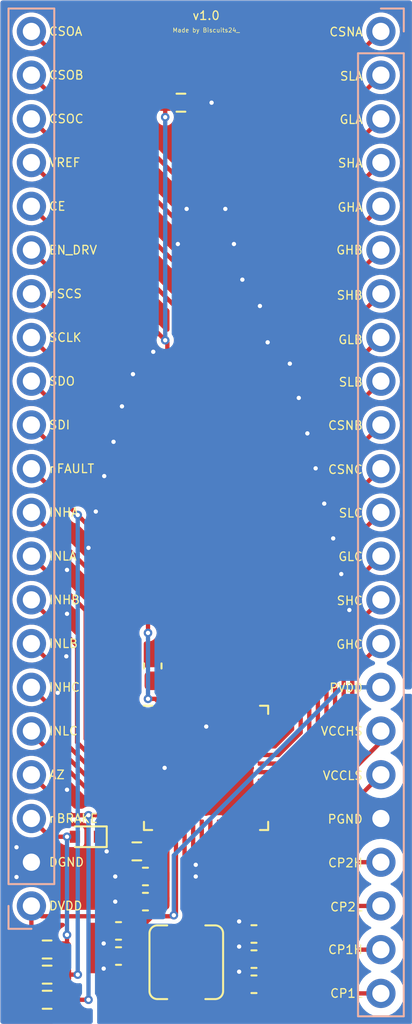
<source format=kicad_pcb>
(kicad_pcb (version 20211014) (generator pcbnew)
  (layers (0 "F.Cu" signal) (31 "B.Cu" signal) (34 "B.Paste" user) (35 "F.Paste" user) (36 "B.SilkS" user "B.Silkscreen") (37 "F.SilkS" user "F.Silkscreen") (38 "B.Mask" user) (39 "F.Mask" user) (44 "Edge.Cuts" user))
  (net 0 "")
  (net 1 "DGND")
  (net 2 "nSCS")
  (net 3 "SCLK")
  (net 4 "SDO")
  (net 5 "SDI")
  (net 6 "nFAULT")
  (net 7 "INHA")
  (net 8 "INLA")
  (net 9 "INHB")
  (net 10 "INLB")
  (net 11 "INHC")
  (net 12 "INLC")
  (net 13 "VSENSE/nBRAKE")
  (net 14 "DVDD")
  (net 15 "PVDD")
  (net 16 "PH")
  (net 17 "PGND")
  (net 18 "VDDB")
  (net 19 "CP1L")
  (net 20 "CP1H")
  (net 21 "CP2L")
  (net 22 "CP2H")
  (net 23 "VCCLS")
  (net 24 "VCCHS")
  (net 25 "GHC")
  (net 26 "SHC")
  (net 27 "GLC")
  (net 28 "SLC")
  (net 29 "CSNC")
  (net 30 "CSNB")
  (net 31 "SLB")
  (net 32 "GLB")
  (net 33 "SHB")
  (net 34 "GHB")
  (net 35 "GHA")
  (net 36 "SHA")
  (net 37 "GLA")
  (net 38 "SLA")
  (net 39 "CSNA")
  (net 40 "CSOA")
  (net 41 "CSOB")
  (net 42 "CSOC")
  (net 43 "VREF")
  (net 44 "CE")
  (net 45 "EN_DRV")
  (net 46 "nBRAKE")
  (net 47 "AZ")
  (footprint "Resistor_SMD:R_0603_1608Metric_Pad0.98x0.95mm_HandSolder" (layer "F.Cu") (at 135.7525 113.05 180)
    (fp_text reference "R3" hide)
    (fp_text value "10kΩ" hide)
    (fp_line (start -0.254724 0.5225) (end 0.254724 0.5225) (layer "F.SilkS") (width 0.12))
    (fp_line (start -0.254724 -0.5225) (end 0.254724 -0.5225) (layer "F.SilkS") (width 0.12))
    (pad "1" smd roundrect (at -0.9125 0 180) (size 0.975 0.95) (layers "F.Cu" "F.Paste" "F.Mask") (net 46 "nBRAKE"))
    (pad "2" smd roundrect (at 0.9125 0 180) (size 0.975 0.95) (layers "F.Cu" "F.Paste" "F.Mask") (net 14 "DVDD"))
  )
  (footprint "Capacitor_SMD:C_0603_1608Metric_Pad1.08x0.95mm_HandSolder" (layer "F.Cu") (at 141.47 108.81 180)
    (fp_text reference "C2" hide)
    (fp_text value "0.1μF/10V" hide)
    (fp_line (start -0.146267 0.51) (end 0.146267 0.51) (layer "F.SilkS") (width 0.12))
    (fp_line (start -0.146267 -0.51) (end 0.146267 -0.51) (layer "F.SilkS") (width 0.12))
    (pad "1" smd roundrect (at -0.8625 0 180) (size 1.075 0.95) (layers "F.Cu" "F.Paste" "F.Mask") (net 14 "DVDD"))
    (pad "2" smd roundrect (at 0.8625 0 180) (size 1.075 0.95) (layers "F.Cu" "F.Paste" "F.Mask") (net 1 "DGND"))
  )
  (footprint "Capacitor_SMD:C_0603_1608Metric_Pad1.08x0.95mm_HandSolder" (layer "F.Cu") (at 147.78 112.15 180)
    (fp_text reference "C6" hide)
    (fp_text value "0.1μF/16V" hide)
    (fp_line (start -0.146267 -0.51) (end 0.146267 -0.51) (layer "F.SilkS") (width 0.12))
    (fp_line (start -0.146267 0.51) (end 0.146267 0.51) (layer "F.SilkS") (width 0.12))
    (pad "1" smd roundrect (at -0.8625 0 180) (size 1.075 0.95) (layers "F.Cu" "F.Paste" "F.Mask") (net 18 "VDDB"))
    (pad "2" smd roundrect (at 0.8625 0 180) (size 1.075 0.95) (layers "F.Cu" "F.Paste" "F.Mask") (net 17 "PGND"))
  )
  (footprint "Capacitor_SMD:C_0603_1608Metric_Pad1.08x0.95mm_HandSolder" (layer "F.Cu") (at 139.905 113.43 180)
    (fp_text reference "C5" hide)
    (fp_text value "4.7μF/25V" hide)
    (fp_line (start -0.146267 -0.51) (end 0.146267 -0.51) (layer "F.SilkS") (width 0.12))
    (fp_line (start -0.146267 0.51) (end 0.146267 0.51) (layer "F.SilkS") (width 0.12))
    (pad "1" smd roundrect (at -0.8625 0 180) (size 1.075 0.95) (layers "F.Cu" "F.Paste" "F.Mask") (net 15 "PVDD"))
    (pad "2" smd roundrect (at 0.8625 0 180) (size 1.075 0.95) (layers "F.Cu" "F.Paste" "F.Mask") (net 17 "PGND"))
  )
  (footprint "Capacitor_SMD:C_0603_1608Metric_Pad1.08x0.95mm_HandSolder" (layer "F.Cu") (at 147.78 115.07 180)
    (fp_text reference "C8" hide)
    (fp_text value "22μF/16V" hide)
    (fp_line (start -0.146267 -0.51) (end 0.146267 -0.51) (layer "F.SilkS") (width 0.12))
    (fp_line (start -0.146267 0.51) (end 0.146267 0.51) (layer "F.SilkS") (width 0.12))
    (pad "1" smd roundrect (at -0.8625 0 180) (size 1.075 0.95) (layers "F.Cu" "F.Paste" "F.Mask") (net 18 "VDDB"))
    (pad "2" smd roundrect (at 0.8625 0 180) (size 1.075 0.95) (layers "F.Cu" "F.Paste" "F.Mask") (net 17 "PGND"))
  )
  (footprint "Diode_SMD:D_SOD-523" (layer "F.Cu") (at 138.07 106.5 180)
    (fp_text reference "D1" hide)
    (fp_text value "30V/500mA" hide)
    (fp_line (start -1.15 -0.6) (end -1.15 0.6) (layer "F.SilkS") (width 0.12))
    (fp_line (start 0.7 -0.6) (end -1.15 -0.6) (layer "F.SilkS") (width 0.12))
    (fp_line (start 0.7 0.6) (end -1.15 0.6) (layer "F.SilkS") (width 0.12))
    (pad "1" smd rect (at -0.7 0) (size 0.6 0.7) (layers "F.Cu" "F.Paste" "F.Mask") (net 13 "VSENSE/nBRAKE"))
    (pad "2" smd rect (at 0.7 0) (size 0.6 0.7) (layers "F.Cu" "F.Paste" "F.Mask") (net 46 "nBRAKE"))
  )
  (footprint "Capacitor_SMD:C_0603_1608Metric_Pad1.08x0.95mm_HandSolder" (layer "F.Cu") (at 141.47 110.27 180)
    (fp_text reference "C3" hide)
    (fp_text value "10μF/10V" hide)
    (fp_line (start -0.146267 0.51) (end 0.146267 0.51) (layer "F.SilkS") (width 0.12))
    (fp_line (start -0.146267 -0.51) (end 0.146267 -0.51) (layer "F.SilkS") (width 0.12))
    (pad "1" smd roundrect (at -0.8625 0 180) (size 1.075 0.95) (layers "F.Cu" "F.Paste" "F.Mask") (net 14 "DVDD"))
    (pad "2" smd roundrect (at 0.8625 0 180) (size 1.075 0.95) (layers "F.Cu" "F.Paste" "F.Mask") (net 1 "DGND"))
  )
  (footprint "Resistor_SMD:R_0603_1608Metric_Pad0.98x0.95mm_HandSolder" (layer "F.Cu") (at 135.755 115.97 180)
    (fp_text reference "R5" hide)
    (fp_text value "10kΩ" hide)
    (fp_line (start -0.254724 -0.5225) (end 0.254724 -0.5225) (layer "F.SilkS") (width 0.12))
    (fp_line (start -0.254724 0.5225) (end 0.254724 0.5225) (layer "F.SilkS") (width 0.12))
    (pad "1" smd roundrect (at -0.9125 0 180) (size 0.975 0.95) (layers "F.Cu" "F.Paste" "F.Mask") (net 47 "AZ"))
    (pad "2" smd roundrect (at 0.9125 0 180) (size 0.975 0.95) (layers "F.Cu" "F.Paste" "F.Mask") (net 14 "DVDD"))
  )
  (footprint "Package_DFN_QFN:VQFN-48-1EP_7x7mm_P0.5mm_EP4.1x4.1mm" (layer "F.Cu") (at 144.995 102.5)
    (fp_text reference "U1" hide)
    (fp_text value "VQFN-48-1EP_7x7mm_P0.5mm_EP4.1x4.1mm" hide)
    (fp_line (start -3.61 3.61) (end -3.61 3.135) (layer "F.SilkS") (width 0.12))
    (fp_line (start 3.135 3.61) (end 3.61 3.61) (layer "F.SilkS") (width 0.12))
    (fp_line (start -3.135 3.61) (end -3.61 3.61) (layer "F.SilkS") (width 0.12))
    (fp_line (start 3.135 -3.61) (end 3.61 -3.61) (layer "F.SilkS") (width 0.12))
    (fp_line (start 3.61 3.61) (end 3.61 3.135) (layer "F.SilkS") (width 0.12))
    (fp_line (start 3.61 -3.61) (end 3.61 -3.135) (layer "F.SilkS") (width 0.12))
    (fp_line (start -3.135 -3.61) (end -3.61 -3.61) (layer "F.SilkS") (width 0.12))
    (pad "1" smd roundrect (at -3.4375 -2.75) (size 0.875 0.25) (layers "F.Cu" "F.Paste" "F.Mask") (net 2 "nSCS"))
    (pad "2" smd roundrect (at -3.4375 -2.25) (size 0.875 0.25) (layers "F.Cu" "F.Paste" "F.Mask") (net 3 "SCLK"))
    (pad "3" smd roundrect (at -3.4375 -1.75) (size 0.875 0.25) (layers "F.Cu" "F.Paste" "F.Mask") (net 4 "SDO"))
    (pad "4" smd roundrect (at -3.4375 -1.25) (size 0.875 0.25) (layers "F.Cu" "F.Paste" "F.Mask") (net 5 "SDI"))
    (pad "5" smd roundrect (at -3.4375 -0.75) (size 0.875 0.25) (layers "F.Cu" "F.Paste" "F.Mask") (net 6 "nFAULT"))
    (pad "6" smd roundrect (at -3.4375 -0.25) (size 0.875 0.25) (layers "F.Cu" "F.Paste" "F.Mask") (net 7 "INHA"))
    (pad "7" smd roundrect (at -3.4375 0.25) (size 0.875 0.25) (layers "F.Cu" "F.Paste" "F.Mask") (net 8 "INLA"))
    (pad "8" smd roundrect (at -3.4375 0.75) (size 0.875 0.25) (layers "F.Cu" "F.Paste" "F.Mask") (net 9 "INHB"))
    (pad "9" smd roundrect (at -3.4375 1.25) (size 0.875 0.25) (layers "F.Cu" "F.Paste" "F.Mask") (net 10 "INLB"))
    (pad "10" smd roundrect (at -3.4375 1.75) (size 0.875 0.25) (layers "F.Cu" "F.Paste" "F.Mask") (net 11 "INHC"))
    (pad "11" smd roundrect (at -3.4375 2.25) (size 0.875 0.25) (layers "F.Cu" "F.Paste" "F.Mask") (net 12 "INLC"))
    (pad "12" smd roundrect (at -3.4375 2.75) (size 0.875 0.25) (layers "F.Cu" "F.Paste" "F.Mask") (net 47 "AZ"))
    (pad "13" smd roundrect (at -2.75 3.4375) (size 0.25 0.875) (layers "F.Cu" "F.Paste" "F.Mask") (net 13 "VSENSE/nBRAKE"))
    (pad "14" smd roundrect (at -2.25 3.4375) (size 0.25 0.875) (layers "F.Cu" "F.Paste" "F.Mask") (net 14 "DVDD"))
    (pad "15" smd roundrect (at -1.75 3.4375) (size 0.25 0.875) (layers "F.Cu" "F.Paste" "F.Mask") (net 15 "PVDD"))
    (pad "16" smd roundrect (at -1.25 3.4375) (size 0.25 0.875) (layers "F.Cu" "F.Paste" "F.Mask") (net 16 "PH"))
    (pad "17" smd roundrect (at -0.75 3.4375) (size 0.25 0.875) (layers "F.Cu" "F.Paste" "F.Mask") (net 17 "PGND"))
    (pad "18" smd roundrect (at -0.25 3.4375) (size 0.25 0.875) (layers "F.Cu" "F.Paste" "F.Mask") (net 18 "VDDB"))
    (pad "19" smd roundrect (at 0.25 3.4375) (size 0.25 0.875) (layers "F.Cu" "F.Paste" "F.Mask") (net 19 "CP1L"))
    (pad "20" smd roundrect (at 0.75 3.4375) (size 0.25 0.875) (layers "F.Cu" "F.Paste" "F.Mask") (net 20 "CP1H"))
    (pad "21" smd roundrect (at 1.25 3.4375) (size 0.25 0.875) (layers "F.Cu" "F.Paste" "F.Mask") (net 21 "CP2L"))
    (pad "22" smd roundrect (at 1.75 3.4375) (size 0.25 0.875) (layers "F.Cu" "F.Paste" "F.Mask") (net 22 "CP2H"))
    (pad "23" smd roundrect (at 2.25 3.4375) (size 0.25 0.875) (layers "F.Cu" "F.Paste" "F.Mask") (net 23 "VCCLS"))
    (pad "24" smd roundrect (at 2.75 3.4375) (size 0.25 0.875) (layers "F.Cu" "F.Paste" "F.Mask") (net 24 "VCCHS"))
    (pad "25" smd roundrect (at 3.4375 2.75) (size 0.875 0.25) (layers "F.Cu" "F.Paste" "F.Mask") (net 25 "GHC"))
    (pad "26" smd roundrect (at 3.4375 2.25) (size 0.875 0.25) (layers "F.Cu" "F.Paste" "F.Mask") (net 26 "SHC"))
    (pad "27" smd roundrect (at 3.4375 1.75) (size 0.875 0.25) (layers "F.Cu" "F.Paste" "F.Mask"))
    (pad "28" smd roundrect (at 3.4375 1.25) (size 0.875 0.25) (layers "F.Cu" "F.Paste" "F.Mask") (net 27 "GLC"))
    (pad "29" smd roundrect (at 3.4375 0.75) (size 0.875 0.25) (layers "F.Cu" "F.Paste" "F.Mask") (net 28 "SLC"))
    (pad "30" smd roundrect (at 3.4375 0.25) (size 0.875 0.25) (layers "F.Cu" "F.Paste" "F.Mask") (net 29 "CSNC"))
    (pad "31" smd roundrect (at 3.4375 -0.25) (size 0.875 0.25) (layers "F.Cu" "F.Paste" "F.Mask") (net 30 "CSNB"))
    (pad "32" smd roundrect (at 3.4375 -0.75) (size 0.875 0.25) (layers "F.Cu" "F.Paste" "F.Mask") (net 31 "SLB"))
    (pad "33" smd roundrect (at 3.4375 -1.25) (size 0.875 0.25) (layers "F.Cu" "F.Paste" "F.Mask") (net 32 "GLB"))
    (pad "34" smd roundrect (at 3.4375 -1.75) (size 0.875 0.25) (layers "F.Cu" "F.Paste" "F.Mask"))
    (pad "35" smd roundrect (at 3.4375 -2.25) (size 0.875 0.25) (layers "F.Cu" "F.Paste" "F.Mask") (net 33 "SHB"))
    (pad "36" smd roundrect (at 3.4375 -2.75) (size 0.875 0.25) (layers "F.Cu" "F.Paste" "F.Mask") (net 34 "GHB"))
    (pad "37" smd roundrect (at 2.75 -3.4375) (size 0.25 0.875) (layers "F.Cu" "F.Paste" "F.Mask") (net 35 "GHA"))
    (pad "38" smd roundrect (at 2.25 -3.4375) (size 0.25 0.875) (layers "F.Cu" "F.Paste" "F.Mask") (net 36 "SHA"))
    (pad "39" smd roundrect (at 1.75 -3.4375) (size 0.25 0.875) (layers "F.Cu" "F.Paste" "F.Mask"))
    (pad "40" smd roundrect (at 1.25 -3.4375) (size 0.25 0.875) (layers "F.Cu" "F.Paste" "F.Mask") (net 37 "GLA"))
    (pad "41" smd roundrect (at 0.75 -3.4375) (size 0.25 0.875) (layers "F.Cu" "F.Paste" "F.Mask") (net 38 "SLA"))
    (pad "42" smd roundrect (at 0.25 -3.4375) (size 0.25 0.875) (layers "F.Cu" "F.Paste" "F.Mask") (net 39 "CSNA"))
    (pad "43" smd roundrect (at -0.25 -3.4375) (size 0.25 0.875) (layers "F.Cu" "F.Paste" "F.Mask") (net 40 "CSOA"))
    (pad "44" smd roundrect (at -0.75 -3.4375) (size 0.25 0.875) (layers "F.Cu" "F.Paste" "F.Mask") (net 41 "CSOB"))
    (pad "45" smd roundrect (at -1.25 -3.4375) (size 0.25 0.875) (layers "F.Cu" "F.Paste" "F.Mask") (net 42 "CSOC"))
    (pad "46" smd roundrect (at -1.75 -3.4375) (size 0.25 0.875) (layers "F.Cu" "F.Paste" "F.Mask") (net 43 "VREF"))
    (pad "47" smd roundrect (at -2.25 -3.4375) (size 0.25 0.875) (layers "F.Cu" "F.Paste" "F.Mask") (net 44 "CE"))
    (pad "48" smd roundrect (at -2.75 -3.4375) (size 0.25 0.875) (layers "F.Cu" "F.Paste" "F.Mask") (net 45 "EN_DRV"))
    (pad "49" smd rect (at 0 0) (size 4.1 4.1) (layers "F.Cu" "F.Mask") (net 1 "DGND"))
  )
  (footprint "Capacitor_SMD:C_0603_1608Metric_Pad1.08x0.95mm_HandSolder" (layer "F.Cu") (at 139.905 111.97 180)
    (fp_text reference "C4" hide)
    (fp_text value "0.1μF/25V" hide)
    (fp_line (start -0.146267 0.51) (end 0.146267 0.51) (layer "F.SilkS") (width 0.12))
    (fp_line (start -0.146267 -0.51) (end 0.146267 -0.51) (layer "F.SilkS") (width 0.12))
    (pad "1" smd roundrect (at -0.8625 0 180) (size 1.075 0.95) (layers "F.Cu" "F.Paste" "F.Mask") (net 15 "PVDD"))
    (pad "2" smd roundrect (at 0.8625 0 180) (size 1.075 0.95) (layers "F.Cu" "F.Paste" "F.Mask") (net 17 "PGND"))
  )
  (footprint "Quadcopter:L_Bourns_SRP4020TA" (layer "F.Cu") (at 143.845 113.79 -90)
    (fp_text reference "L1" hide)
    (fp_text value "L_Bourns_SRP4020TA" hide)
    (fp_line (start -1.68 2.14) (end 1.68 2.14) (layer "F.SilkS") (width 0.12))
    (fp_line (start -1.68 -2.14) (end 1.68 -2.14) (layer "F.SilkS") (width 0.12))
    (fp_line (start -2.14 1.11) (end -2.14 1.68) (layer "F.SilkS") (width 0.12))
    (fp_line (start -2.14 -1.68) (end -2.14 -1.11) (layer "F.SilkS") (width 0.12))
    (fp_line (start 2.14 -1.68) (end 2.14 -1.11) (layer "F.SilkS") (width 0.12))
    (fp_line (start 2.14 1.11) (end 2.14 1.68) (layer "F.SilkS") (width 0.12))
    (fp_arc (start 1.68 -2.14) (mid 2.005269 -2.005269) (end 2.14 -1.68) (layer "F.SilkS") (width 0.12))
    (fp_arc (start -2.14 -1.68) (mid -2.005269 -2.005269) (end -1.68 -2.14) (layer "F.SilkS") (width 0.12))
    (fp_arc (start 2.14 1.68) (mid 2.005269 2.005269) (end 1.68 2.14) (layer "F.SilkS") (width 0.12))
    (fp_arc (start -1.68 2.14) (mid -2.005269 2.005269) (end -2.14 1.68) (layer "F.SilkS") (width 0.12))
    (pad "1" smd rect (at -1.845 0 270) (size 0.76 2) (layers "F.Cu" "F.Paste" "F.Mask") (net 16 "PH"))
    (pad "2" smd rect (at 1.875 0 270) (size 0.76 2) (layers "F.Cu" "F.Paste" "F.Mask") (net 18 "VDDB"))
  )
  (footprint "Resistor_SMD:R_0603_1608Metric_Pad0.98x0.95mm_HandSolder" (layer "F.Cu") (at 143.535 63.86)
    (fp_text reference "R1" hide)
    (fp_text value "100kΩ" hide)
    (fp_line (start -0.254724 -0.5225) (end 0.254724 -0.5225) (layer "F.SilkS") (width 0.12))
    (fp_line (start -0.254724 0.5225) (end 0.254724 0.5225) (layer "F.SilkS") (width 0.12))
    (pad "1" smd roundrect (at -0.9125 0) (size 0.975 0.95) (layers "F.Cu" "F.Paste" "F.Mask") (net 44 "CE"))
    (pad "2" smd roundrect (at 0.9125 0) (size 0.975 0.95) (layers "F.Cu" "F.Paste" "F.Mask") (net 1 "DGND"))
  )
  (footprint "Resistor_SMD:R_0603_1608Metric_Pad0.98x0.95mm_HandSolder" (layer "F.Cu") (at 140.97 107.35 180)
    (fp_text reference "R2" hide)
    (fp_text value "3.3kΩ" hide)
    (fp_line (start -0.254724 -0.5225) (end 0.254724 -0.5225) (layer "F.SilkS") (width 0.12))
    (fp_line (start -0.254724 0.5225) (end 0.254724 0.5225) (layer "F.SilkS") (width 0.12))
    (pad "1" smd roundrect (at -0.9125 0 180) (size 0.975 0.95) (layers "F.Cu" "F.Paste" "F.Mask") (net 13 "VSENSE/nBRAKE"))
    (pad "2" smd roundrect (at 0.9125 0 180) (size 0.975 0.95) (layers "F.Cu" "F.Paste" "F.Mask") (net 1 "DGND"))
  )
  (footprint "Capacitor_SMD:C_0603_1608Metric_Pad1.08x0.95mm_HandSolder" (layer "F.Cu") (at 147.78 113.61 180)
    (fp_text reference "C7" hide)
    (fp_text value "22μF/16V" hide)
    (fp_line (start -0.146267 0.51) (end 0.146267 0.51) (layer "F.SilkS") (width 0.12))
    (fp_line (start -0.146267 -0.51) (end 0.146267 -0.51) (layer "F.SilkS") (width 0.12))
    (pad "1" smd roundrect (at -0.8625 0 180) (size 1.075 0.95) (layers "F.Cu" "F.Paste" "F.Mask") (net 18 "VDDB"))
    (pad "2" smd roundrect (at 0.8625 0 180) (size 1.075 0.95) (layers "F.Cu" "F.Paste" "F.Mask") (net 17 "PGND"))
  )
  (footprint "Resistor_SMD:R_0603_1608Metric_Pad0.98x0.95mm_HandSolder" (layer "F.Cu") (at 135.755 114.51 180)
    (fp_text reference "R4" hide)
    (fp_text value "10kΩ" hide)
    (fp_line (start -0.254724 0.5225) (end 0.254724 0.5225) (layer "F.SilkS") (width 0.12))
    (fp_line (start -0.254724 -0.5225) (end 0.254724 -0.5225) (layer "F.SilkS") (width 0.12))
    (pad "1" smd roundrect (at -0.9125 0 180) (size 0.975 0.95) (layers "F.Cu" "F.Paste" "F.Mask") (net 6 "nFAULT"))
    (pad "2" smd roundrect (at 0.9125 0 180) (size 0.975 0.95) (layers "F.Cu" "F.Paste" "F.Mask") (net 14 "DVDD"))
  )
  (footprint "Capacitor_SMD:C_0603_1608Metric_Pad1.08x0.95mm_HandSolder" (layer "F.Cu") (at 141.895 96.58 90)
    (fp_text reference "C1" hide)
    (fp_text value "0.1μF/25V" hide)
    (fp_line (start -0.146267 -0.51) (end 0.146267 -0.51) (layer "F.SilkS") (width 0.12))
    (fp_line (start -0.146267 0.51) (end 0.146267 0.51) (layer "F.SilkS") (width 0.12))
    (pad "1" smd roundrect (at -0.8625 0 90) (size 1.075 0.95) (layers "F.Cu" "F.Paste" "F.Mask") (net 44 "CE"))
    (pad "2" smd roundrect (at 0.8625 0 90) (size 1.075 0.95) (layers "F.Cu" "F.Paste" "F.Mask") (net 1 "DGND"))
  )
  (footprint "Connector_PinHeader_2.54mm:PinHeader_1x23_P2.54mm_Vertical" (layer "B.Cu") (at 155.16 59.72 180)
    (fp_text reference "REF**" hide)
    (fp_text value "PinHeader_1x23_P2.54mm_Vertical" hide)
    (fp_line (start 1.33 -1.27) (end 1.33 -57.21) (layer "B.SilkS") (width 0.12))
    (fp_line (start -1.33 -1.27) (end -1.33 -57.21) (layer "B.SilkS") (width 0.12))
    (fp_line (start -1.33 0) (end -1.33 1.33) (layer "B.SilkS") (width 0.12))
    (fp_line (start -1.33 -1.27) (end 1.33 -1.27) (layer "B.SilkS") (width 0.12))
    (fp_line (start -1.33 -57.21) (end 1.33 -57.21) (layer "B.SilkS") (width 0.12))
    (fp_line (start -1.33 1.33) (end 0 1.33) (layer "B.SilkS") (width 0.12))
    (pad "1" thru_hole oval (at 0 0 180) (size 1.7 1.7) (drill 1) (layers *.Cu *.Mask) (net 39 "CSNA"))
    (pad "2" thru_hole oval (at 0 -2.54 180) (size 1.7 1.7) (drill 1) (layers *.Cu *.Mask) (net 38 "SLA"))
    (pad "3" thru_hole oval (at 0 -5.08 180) (size 1.7 1.7) (drill 1) (layers *.Cu *.Mask) (net 37 "GLA"))
    (pad "4" thru_hole oval (at 0 -7.62 180) (size 1.7 1.7) (drill 1) (layers *.Cu *.Mask) (net 36 "SHA"))
    (pad "5" thru_hole oval (at 0 -10.16 180) (size 1.7 1.7) (drill 1) (layers *.Cu *.Mask) (net 35 "GHA"))
    (pad "6" thru_hole oval (at 0 -12.7 180) (size 1.7 1.7) (drill 1) (layers *.Cu *.Mask) (net 34 "GHB"))
    (pad "7" thru_hole oval (at 0 -15.24 180) (size 1.7 1.7) (drill 1) (layers *.Cu *.Mask) (net 33 "SHB"))
    (pad "8" thru_hole oval (at 0 -17.78 180) (size 1.7 1.7) (drill 1) (layers *.Cu *.Mask) (net 32 "GLB"))
    (pad "9" thru_hole oval (at 0 -20.32 180) (size 1.7 1.7) (drill 1) (layers *.Cu *.Mask) (net 31 "SLB"))
    (pad "10" thru_hole oval (at 0 -22.86 180) (size 1.7 1.7) (drill 1) (layers *.Cu *.Mask) (net 30 "CSNB"))
    (pad "11" thru_hole oval (at 0 -25.4 180) (size 1.7 1.7) (drill 1) (layers *.Cu *.Mask) (net 29 "CSNC"))
    (pad "12" thru_hole oval (at 0 -27.94 180) (size 1.7 1.7) (drill 1) (layers *.Cu *.Mask) (net 28 "SLC"))
    (pad "13" thru_hole oval (at 0 -30.48 180) (size 1.7 1.7) (drill 1) (layers *.Cu *.Mask) (net 27 "GLC"))
    (pad "14" thru_hole oval (at 0 -33.02 180) (size 1.7 1.7) (drill 1) (layers *.Cu *.Mask) (net 26 "SHC"))
    (pad "15" thru_hole oval (at 0 -35.56 180) (size 1.7 1.7) (drill 1) (layers *.Cu *.Mask) (net 25 "GHC"))
    (pad "16" thru_hole oval (at 0 -38.1 180) (size 1.7 1.7) (drill 1) (layers *.Cu *.Mask) (net 15 "PVDD") (clearance 0.5))
    (pad "17" thru_hole oval (at 0 -40.64 180) (size 1.7 1.7) (drill 1) (layers *.Cu *.Mask) (net 24 "VCCHS") (clearance 0.5))
    (pad "18" thru_hole oval (at 0 -43.18 180) (size 1.7 1.7) (drill 1) (layers *.Cu *.Mask) (net 23 "VCCLS") (clearance 0.5))
    (pad "19" thru_hole oval (at 0 -45.72 180) (size 1.7 1.7) (drill 1) (layers *.Cu *.Mask) (net 17 "PGND") (clearance 0.5))
    (pad "20" thru_hole oval (at 0 -48.26 180) (size 1.7 1.7) (drill 1) (layers *.Cu *.Mask) (net 22 "CP2H") (clearance 0.5))
    (pad "21" thru_hole oval (at 0 -50.8 180) (size 1.7 1.7) (drill 1) (layers *.Cu *.Mask) (net 21 "CP2L") (clearance 0.5))
    (pad "22" thru_hole oval (at 0 -53.34 180) (size 1.7 1.7) (drill 1) (layers *.Cu *.Mask) (net 20 "CP1H") (clearance 0.5))
    (pad "23" thru_hole oval (at 0 -55.88 180) (size 1.7 1.7) (drill 1) (layers *.Cu *.Mask) (net 19 "CP1L") (clearance 0.5))
  )
  (footprint "Connector_PinHeader_2.54mm:PinHeader_1x21_P2.54mm_Vertical" (layer "B.Cu") (at 134.84 110.52)
    (fp_text reference "REF**" hide)
    (fp_text value "PinHeader_1x21_P2.54mm_Vertical" hide)
    (fp_line (start -1.33 -1.27) (end -1.33 -52.13) (layer "B.SilkS") (width 0.12))
    (fp_line (start -1.33 0) (end -1.33 1.33) (layer "B.SilkS") (width 0.12))
    (fp_line (start 1.33 -1.27) (end 1.33 -52.13) (layer "B.SilkS") (width 0.12))
    (fp_line (start -1.33 -1.27) (end 1.33 -1.27) (layer "B.SilkS") (width 0.12))
    (fp_line (start -1.33 -52.13) (end 1.33 -52.13) (layer "B.SilkS") (width 0.12))
    (fp_line (start -1.33 1.33) (end 0 1.33) (layer "B.SilkS") (width 0.12))
    (pad "1" thru_hole oval (at 0 0) (size 1.7 1.7) (drill 1) (layers *.Cu *.Mask) (net 14 "DVDD"))
    (pad "2" thru_hole oval (at 0 -2.54) (size 1.7 1.7) (drill 1) (layers *.Cu *.Mask) (net 1 "DGND"))
    (pad "3" thru_hole oval (at 0 -5.08) (size 1.7 1.7) (drill 1) (layers *.Cu *.Mask) (net 46 "nBRAKE"))
    (pad "4" thru_hole oval (at 0 -7.62) (size 1.7 1.7) (drill 1) (layers *.Cu *.Mask) (net 47 "AZ"))
    (pad "5" thru_hole oval (at 0 -10.16) (size 1.7 1.7) (drill 1) (layers *.Cu *.Mask) (net 12 "INLC"))
    (pad "6" thru_hole oval (at 0 -12.7) (size 1.7 1.7) (drill 1) (layers *.Cu *.Mask) (net 11 "INHC"))
    (pad "7" thru_hole oval (at 0 -15.24) (size 1.7 1.7) (drill 1) (layers *.Cu *.Mask) (net 10 "INLB"))
    (pad "8" thru_hole oval (at 0 -17.78) (size 1.7 1.7) (drill 1) (layers *.Cu *.Mask) (net 9 "INHB"))
    (pad "9" thru_hole oval (at 0 -20.32) (size 1.7 1.7) (drill 1) (layers *.Cu *.Mask) (net 8 "INLA"))
    (pad "10" thru_hole oval (at 0 -22.86) (size 1.7 1.7) (drill 1) (layers *.Cu *.Mask) (net 7 "INHA"))
    (pad "11" thru_hole oval (at 0 -25.4) (size 1.7 1.7) (drill 1) (layers *.Cu *.Mask) (net 6 "nFAULT"))
    (pad "12" thru_hole oval (at 0 -27.94) (size 1.7 1.7) (drill 1) (layers *.Cu *.Mask) (net 5 "SDI"))
    (pad "13" thru_hole oval (at 0 -30.48) (size 1.7 1.7) (drill 1) (layers *.Cu *.Mask) (net 4 "SDO"))
    (pad "14" thru_hole oval (at 0 -33.02) (size 1.7 1.7) (drill 1) (layers *.Cu *.Mask) (net 3 "SCLK"))
    (pad "15" thru_hole oval (at 0 -35.56) (size 1.7 1.7) (drill 1) (layers *.Cu *.Mask) (net 2 "nSCS"))
    (pad "16" thru_hole oval (at 0 -38.1) (size 1.7 1.7) (drill 1) (layers *.Cu *.Mask) (net 45 "EN_DRV"))
    (pad "17" thru_hole oval (at 0 -40.64) (size 1.7 1.7) (drill 1) (layers *.Cu *.Mask) (net 44 "CE"))
    (pad "18" thru_hole oval (at 0 -43.18) (size 1.7 1.7) (drill 1) (layers *.Cu *.Mask) (net 43 "VREF"))
    (pad "19" thru_hole oval (at 0 -45.72) (size 1.7 1.7) (drill 1) (layers *.Cu *.Mask) (net 42 "CSOC"))
    (pad "20" thru_hole oval (at 0 -48.26) (size 1.7 1.7) (drill 1) (layers *.Cu *.Mask) (net 41 "CSOB"))
    (pad "21" thru_hole oval (at 0 -50.8) (size 1.7 1.7) (drill 1) (layers *.Cu *.Mask) (net 40 "CSOA"))
  )
  (footprint "NetTie:NetTie-2_SMD_Pad2.0mm" (layer "B.Cu") (at 140.535 111.44 90)
    (fp_text reference "REF**" hide)
    (fp_text value "NetTie-2_SMD_Pad2.0mm" hide)
    (fp_poly (pts (xy -2 1) (xy 2 1) (xy 2 -1) (xy -2 -1)) (layer "B.Cu") (width 0) (fill solid))
    (pad "1" smd circle (at -2 0 90) (size 2 2) (layers "B.Cu") (net 17 "PGND"))
    (pad "2" smd circle (at 2 0 90) (size 2 2) (layers "B.Cu") (net 1 "DGND"))
  )
  (footprint "NetTie:NetTie-2_SMD_Pad2.0mm" (layer "B.Cu") (at 139.535 111.44 90)
    (fp_text reference "REF**" hide)
    (fp_text value "NetTie-2_SMD_Pad2.0mm" hide)
    (fp_poly (pts (xy -2 1) (xy 2 1) (xy 2 -1) (xy -2 -1)) (layer "B.Cu") (width 0) (fill solid))
    (pad "1" smd circle (at -2 0 90) (size 2 2) (layers "B.Cu") (net 17 "PGND"))
    (pad "2" smd circle (at 2 0 90) (size 2 2) (layers "B.Cu") (net 1 "DGND"))
  )
  (gr_line (start 133.04 57.92) (end 156.96 57.92) (layer "Edge.Cuts") (width 0.0001))
  (gr_line (start 156.96 57.92) (end 156.96 117.37) (layer "Edge.Cuts") (width 0.0001))
  (gr_line (start 133.04 117.37) (end 133.04 57.92) (layer "Edge.Cuts") (width 0.0001))
  (gr_line (start 156.96 117.37) (end 133.04 117.37) (layer "Edge.Cuts") (width 0.0001))
  (gr_text "nSCS" (at 136.819762 74.96) (layer "F.SilkS") (effects (font (size 0.5 0.5) (thickness 0.075))))
  (gr_text "SHB" (at 153.346905 75.05) (layer "F.SilkS") (effects (font (size 0.5 0.5) (thickness 0.075))))
  (gr_text "nBRAKE" (at 137.284047 105.44) (layer "F.SilkS") (effects (font (size 0.5 0.5) (thickness 0.075))))
  (gr_text "GHC" (at 153.335 95.33) (layer "F.SilkS") (effects (font (size 0.5 0.5) (thickness 0.075))))
  (gr_text "PVDD" (at 153.132619 97.85) (layer "F.SilkS") (effects (font (size 0.5 0.5) (thickness 0.075))))
  (gr_text "CP1H" (at 153.096905 113.06) (layer "F.SilkS") (effects (font (size 0.5 0.5) (thickness 0.075))))
  (gr_text "GHA" (at 153.370714 69.94) (layer "F.SilkS") (effects (font (size 0.5 0.5) (thickness 0.075))))
  (gr_text "SLB" (at 153.406429 80.09) (layer "F.SilkS") (effects (font (size 0.5 0.5) (thickness 0.075))))
  (gr_text "INLA" (at 136.665 90.2) (layer "F.SilkS") (effects (font (size 0.5 0.5) (thickness 0.075))))
  (gr_text "CP2L" (at 153.156429 110.58) (layer "F.SilkS") (effects (font (size 0.5 0.5) (thickness 0.075))))
  (gr_text "CSOC" (at 136.867381 64.8) (layer "F.SilkS") (effects (font (size 0.5 0.5) (thickness 0.075))))
  (gr_text "SLA\n" (at 153.442143 62.32) (layer "F.SilkS") (effects (font (size 0.5 0.5) (thickness 0.075))))
  (gr_text "v1.0" (at 144.999999 58.8) (layer "F.SilkS") (effects (font (size 0.5 0.5) (thickness 0.075))))
  (gr_text "GLB" (at 153.394524 77.63) (layer "F.SilkS") (effects (font (size 0.5 0.5) (thickness 0.075))))
  (gr_text "CSOB" (at 136.867381 62.26) (layer "F.SilkS") (effects (font (size 0.5 0.5) (thickness 0.075))))
  (gr_text "DGND" (at 136.879286 107.98) (layer "F.SilkS") (effects (font (size 0.5 0.5) (thickness 0.075))))
  (gr_text "CSNC" (at 153.096905 85.17) (layer "F.SilkS") (effects (font (size 0.5 0.5) (thickness 0.075))))
  (gr_text "DVDD" (at 136.831666 110.52) (layer "F.SilkS") (effects (font (size 0.5 0.5) (thickness 0.075))))
  (gr_text "SCLK" (at 136.807857 77.5) (layer "F.SilkS") (effects (font (size 0.5 0.5) (thickness 0.075))))
  (gr_text "CSOA" (at 136.831666 59.72) (layer "F.SilkS") (effects (font (size 0.5 0.5) (thickness 0.075))))
  (gr_text "GHB" (at 153.335 72.42) (layer "F.SilkS") (effects (font (size 0.5 0.5) (thickness 0.075))))
  (gr_text "VCCLS" (at 152.942143 102.95) (layer "F.SilkS") (effects (font (size 0.5 0.5) (thickness 0.075))))
  (gr_text "INLC" (at 136.700714 100.36) (layer "F.SilkS") (effects (font (size 0.5 0.5) (thickness 0.075))))
  (gr_text "GLC" (at 153.394524 90.23) (layer "F.SilkS") (effects (font (size 0.5 0.5) (thickness 0.075))))
  (gr_text "Made by Biscuits24_" (at 144.999999 59.65) (layer "F.SilkS") (effects (font (size 0.25 0.25) (thickness 0.0375))))
  (gr_text "INHC" (at 136.760238 97.82) (layer "F.SilkS") (effects (font (size 0.5 0.5) (thickness 0.075))))
  (gr_text "CP1L" (at 153.156429 115.6) (layer "F.SilkS") (effects (font (size 0.5 0.5) (thickness 0.075))))
  (gr_text "SLC" (at 153.406429 87.7) (layer "F.SilkS") (effects (font (size 0.5 0.5) (thickness 0.075))))
  (gr_text "SHA\n" (at 153.382619 67.37) (layer "F.SilkS") (effects (font (size 0.5 0.5) (thickness 0.075))))
  (gr_text "INHB" (at 136.760238 92.74) (layer "F.SilkS") (effects (font (size 0.5 0.5) (thickness 0.075))))
  (gr_text "VCCHS" (at 152.882619 100.37) (layer "F.SilkS") (effects (font (size 0.5 0.5) (thickness 0.075))))
  (gr_text "nFAULT" (at 137.176905 85.12) (layer "F.SilkS") (effects (font (size 0.5 0.5) (thickness 0.075))))
  (gr_text "SDI" (at 136.474524 82.58) (layer "F.SilkS") (effects (font (size 0.5 0.5) (thickness 0.075))))
  (gr_text "CE" (at 136.343571 69.88) (layer "F.SilkS") (effects (font (size 0.5 0.5) (thickness 0.075))))
  (gr_text "GLA" (at 153.430238 64.84) (layer "F.SilkS") (effects (font (size 0.5 0.5) (thickness 0.075))))
  (gr_text "CP2H" (at 153.096905 108.02) (layer "F.SilkS") (effects (font (size 0.5 0.5) (thickness 0.075))))
  (gr_text "AZ" (at 136.319762 102.9) (layer "F.SilkS") (effects (font (size 0.5 0.5) (thickness 0.075))))
  (gr_text "CSNB" (at 153.096905 82.61) (layer "F.SilkS") (effects (font (size 0.5 0.5) (thickness 0.075))))
  (gr_text "CSNA" (at 153.132619 59.75) (layer "F.SilkS") (effects (font (size 0.5 0.5) (thickness 0.075))))
  (gr_text "SHC" (at 153.346905 92.79) (layer "F.SilkS") (effects (font (size 0.5 0.5) (thickness 0.075))))
  (gr_text "EN_DRV" (at 137.260238 72.42) (layer "F.SilkS") (effects (font (size 0.5 0.5) (thickness 0.075))))
  (gr_text "INHA" (at 136.724524 87.66) (layer "F.SilkS") (effects (font (size 0.5 0.5) (thickness 0.075))))
  (gr_text "PGND" (at 153.085 105.48) (layer "F.SilkS") (effects (font (size 0.5 0.5) (thickness 0.075))))
  (gr_text "INLB" (at 136.700714 95.28) (layer "F.SilkS") (effects (font (size 0.5 0.5) (thickness 0.075))))
  (gr_text "VREF" (at 136.772143 67.34) (layer "F.SilkS") (effects (font (size 0.5 0.5) (thickness 0.075))))
  (gr_text "SDO" (at 136.617381 80.04) (layer "F.SilkS") (effects (font (size 0.5 0.5) (thickness 0.075))))
  (segment (start 146.745 74.51) (end 146.745 98.23) (width 0.25) (layer "F.Cu") (net 1))
  (via micro (at 147.105 74.14) (size 0.5) (drill 0.25) (layers "F.Cu" "B.Cu") (net 1))
  (via micro (at 140.105 81.5) (size 0.5) (drill 0.25) (layers "F.Cu" "B.Cu") (net 1))
  (via micro (at 141.925 78.33) (size 0.5) (drill 0.25) (layers "F.Cu" "B.Cu") (net 1))
  (via micro (at 139.615 83.56) (size 0.5) (drill 0.25) (layers "F.Cu" "B.Cu") (net 1))
  (via micro (at 142.585 102.5) (size 0.5) (drill 0.25) (layers "F.Cu" "B.Cu") (net 1))
  (via micro (at 136.9105 91) (size 0.5) (drill 0.25) (layers "F.Cu" "B.Cu") (net 1))
  (via micro (at 143.865 70.03) (size 0.5) (drill 0.25) (layers "F.Cu" "B.Cu") (net 1))
  (via micro (at 133.975 108.84) (size 0.5) (drill 0.25) (layers "F.Cu" "B.Cu") (net 1))
  (via micro (at 149.865 79.02) (size 0.5) (drill 0.25) (layers "F.Cu" "B.Cu") (net 1))
  (via micro (at 139.715 110.27) (size 0.5) (drill 0.25) (layers "F.Cu" "B.Cu") (net 1))
  (via micro (at 139.715 108.81) (size 0.5) (drill 0.25) (layers "F.Cu" "B.Cu") (net 1))
  (via micro (at 148.575 77.78) (size 0.5) (drill 0.25) (layers "F.Cu" "B.Cu") (net 1))
  (via micro (at 153.325 93.33) (size 0.5) (drill 0.25) (layers "F.Cu" "B.Cu") (net 1))
  (via micro (at 136.8705 96.02) (size 0.5) (drill 0.25) (layers "F.Cu" "B.Cu") (net 1))
  (via micro (at 148.125 75.67) (size 0.5) (drill 0.25) (layers "F.Cu" "B.Cu") (net 1))
  (via micro (at 139.215 107.35) (size 0.5) (drill 0.25) (layers "F.Cu" "B.Cu") (net 1))
  (via micro (at 145.005 100.1) (size 0.5) (drill 0.25) (layers "F.Cu" "B.Cu") (net 1))
  (via micro (at 152.385 89.17) (size 0.5) (drill 0.25) (layers "F.Cu" "B.Cu") (net 1))
  (via micro (at 136.9105 103.77) (size 0.5) (drill 0.25) (layers "F.Cu" "B.Cu") (net 1))
  (via micro (at 152.855 91.24) (size 0.5) (drill 0.25) (layers "F.Cu" "B.Cu") (net 1))
  (via micro (at 136.3705 98.14) (size 0.5) (drill 0.25) (layers "F.Cu" "B.Cu") (net 1))
  (via micro (at 150.385 81.01) (size 0.5) (drill 0.25) (layers "F.Cu" "B.Cu") (net 1))
  (via micro (at 145.315 63.86) (size 0.5) (drill 0.25) (layers "F.Cu" "B.Cu") (net 1))
  (via micro (at 138.585 87.61) (size 0.5) (drill 0.25) (layers "F.Cu" "B.Cu") (net 1))
  (via micro (at 133.975 107.11) (size 0.5) (drill 0.25) (layers "F.Cu" "B.Cu") (net 1))
  (via micro (at 151.865 87.15) (size 0.5) (drill 0.25) (layers "F.Cu" "B.Cu") (net 1))
  (via micro (at 136.9105 93.55) (size 0.5) (drill 0.25) (layers "F.Cu" "B.Cu") (net 1))
  (via micro (at 138.1595 89.72) (size 0.5) (drill 0.25) (layers "F.Cu" "B.Cu") (net 1))
  (via micro (at 143.355 72.07) (size 0.5) (drill 0.25) (layers "F.Cu" "B.Cu") (net 1))
  (via micro (at 146.615 72.07) (size 0.5) (drill 0.25) (layers "F.Cu" "B.Cu") (net 1))
  (via micro (at 146.115 70.03) (size 0.5) (drill 0.25) (layers "F.Cu" "B.Cu") (net 1))
  (via micro (at 151.365 85.1) (size 0.5) (drill 0.25) (layers "F.Cu" "B.Cu") (net 1))
  (via micro (at 150.885 83.07) (size 0.5) (drill 0.25) (layers "F.Cu" "B.Cu") (net 1))
  (via micro (at 139.075 85.55) (size 0.5) (drill 0.25) (layers "F.Cu" "B.Cu") (net 1))
  (via micro (at 140.745 79.63) (size 0.5) (drill 0.25) (layers "F.Cu" "B.Cu") (net 1))
  (segment (start 140.995 81.115) (end 134.84 74.96) (width 0.25) (layer "F.Cu") (net 2))
  (segment (start 141.175 99.75) (end 140.995 99.57) (width 0.25) (layer "F.Cu") (net 2))
  (segment (start 141.5575 99.75) (end 141.175 99.75) (width 0.25) (layer "F.Cu") (net 2))
  (segment (start 140.995 99.57) (end 140.995 81.115) (width 0.25) (layer "F.Cu") (net 2))
  (segment (start 140.967894 100.25) (end 140.495 99.777106) (width 0.25) (layer "F.Cu") (net 3))
  (segment (start 141.5575 100.25) (end 140.967894 100.25) (width 0.25) (layer "F.Cu") (net 3))
  (segment (start 140.495 99.777106) (end 140.495 83.155) (width 0.25) (layer "F.Cu") (net 3))
  (segment (start 140.495 83.155) (end 134.84 77.5) (width 0.25) (layer "F.Cu") (net 3))
  (segment (start 139.995 99.984213) (end 139.995 85.195) (width 0.25) (layer "F.Cu") (net 4))
  (segment (start 140.760788 100.75) (end 139.995 99.984213) (width 0.25) (layer "F.Cu") (net 4))
  (segment (start 141.5575 100.75) (end 140.760788 100.75) (width 0.25) (layer "F.Cu") (net 4))
  (segment (start 139.995 85.195) (end 134.84 80.04) (width 0.25) (layer "F.Cu") (net 4))
  (segment (start 139.495 100.19132) (end 139.495 87.235) (width 0.25) (layer "F.Cu") (net 5))
  (segment (start 140.553682 101.250001) (end 139.495 100.19132) (width 0.25) (layer "F.Cu") (net 5))
  (segment (start 139.495 87.235) (end 134.84 82.58) (width 0.25) (layer "F.Cu") (net 5))
  (segment (start 141.5575 101.25) (end 140.553682 101.250001) (width 0.25) (layer "F.Cu") (net 5))
  (segment (start 138.995 89.275) (end 134.84 85.12) (width 0.25) (layer "F.Cu") (net 6))
  (segment (start 136.6675 114.51) (end 137.535 114.51) (width 0.25) (layer "F.Cu") (net 6))
  (segment (start 141.5575 101.75) (end 141.557498 101.750002) (width 0.25) (layer "F.Cu") (net 6))
  (segment (start 138.995 100.398427) (end 138.995 89.275) (width 0.25) (layer "F.Cu") (net 6))
  (segment (start 141.557498 101.750002) (end 140.346576 101.750002) (width 0.25) (layer "F.Cu") (net 6))
  (segment (start 140.346576 101.750002) (end 138.995 100.398427) (width 0.25) (layer "F.Cu") (net 6))
  (via micro (at 137.535 114.51) (size 0.5) (drill 0.25) (layers "F.Cu" "B.Cu") (net 6))
  (via micro (at 137.535 87.81) (size 0.5) (drill 0.25) (layers "F.Cu" "B.Cu") (net 6))
  (segment (start 137.535 87.81) (end 137.535 114.51) (width 0.25) (layer "B.Cu") (net 6))
  (segment (start 138.495 100.605534) (end 138.495 91.315) (width 0.25) (layer "F.Cu") (net 7))
  (segment (start 141.557497 102.250003) (end 140.13947 102.250003) (width 0.25) (layer "F.Cu") (net 7))
  (segment (start 141.5575 102.25) (end 141.557497 102.250003) (width 0.25) (layer "F.Cu") (net 7))
  (segment (start 138.495 91.315) (end 134.84 87.66) (width 0.25) (layer "F.Cu") (net 7))
  (segment (start 140.13947 102.250003) (end 138.495 100.605534) (width 0.25) (layer "F.Cu") (net 7))
  (segment (start 137.995 100.812641) (end 137.995 93.355) (width 0.25) (layer "F.Cu") (net 8))
  (segment (start 141.557497 102.750003) (end 139.932364 102.750003) (width 0.25) (layer "F.Cu") (net 8))
  (segment (start 139.932364 102.750003) (end 137.995 100.812641) (width 0.25) (layer "F.Cu") (net 8))
  (segment (start 137.995 93.355) (end 134.84 90.2) (width 0.25) (layer "F.Cu") (net 8))
  (segment (start 141.5575 102.75) (end 141.557497 102.750003) (width 0.25) (layer "F.Cu") (net 8))
  (segment (start 141.557496 103.250004) (end 139.725258 103.250004) (width 0.25) (layer "F.Cu") (net 9))
  (segment (start 137.495 101.019748) (end 137.495 95.395) (width 0.25) (layer "F.Cu") (net 9))
  (segment (start 141.5575 103.25) (end 141.557496 103.250004) (width 0.25) (layer "F.Cu") (net 9))
  (segment (start 137.495 95.395) (end 134.84 92.74) (width 0.25) (layer "F.Cu") (net 9))
  (segment (start 139.725258 103.250004) (end 137.495 101.019748) (width 0.25) (layer "F.Cu") (net 9))
  (segment (start 141.557495 103.750005) (end 139.518152 103.750005) (width 0.25) (layer "F.Cu") (net 10))
  (segment (start 139.518152 103.750005) (end 136.995 101.226855) (width 0.25) (layer "F.Cu") (net 10))
  (segment (start 141.5575 103.75) (end 141.557495 103.750005) (width 0.25) (layer "F.Cu") (net 10))
  (segment (start 136.995 101.226855) (end 136.995 97.435) (width 0.25) (layer "F.Cu") (net 10))
  (segment (start 136.995 97.435) (end 134.84 95.28) (width 0.25) (layer "F.Cu") (net 10))
  (segment (start 141.5575 104.25) (end 141.557494 104.250006) (width 0.25) (layer "F.Cu") (net 11))
  (segment (start 139.311046 104.250006) (end 136.495 101.433962) (width 0.25) (layer "F.Cu") (net 11))
  (segment (start 136.495 99.475) (end 134.84 97.82) (width 0.25) (layer "F.Cu") (net 11))
  (segment (start 141.557494 104.250006) (end 139.311046 104.250006) (width 0.25) (layer "F.Cu") (net 11))
  (segment (start 136.495 101.433962) (end 136.495 99.475) (width 0.25) (layer "F.Cu") (net 11))
  (segment (start 141.5575 104.75) (end 141.557493 104.750007) (width 0.25) (layer "F.Cu") (net 12))
  (segment (start 134.84 100.486068) (end 134.84 100.36) (width 0.25) (layer "F.Cu") (net 12))
  (segment (start 139.10394 104.750007) (end 134.84 100.486068) (width 0.25) (layer "F.Cu") (net 12))
  (segment (start 141.557493 104.750007) (end 139.10394 104.750007) (width 0.25) (layer "F.Cu") (net 12))
  (segment (start 142.235 106.5) (end 142.245 106.51) (width 0.25) (layer "F.Cu") (net 13))
  (segment (start 142.245 106.51) (end 142.245 107.32) (width 0.25) (layer "F.Cu") (net 13))
  (segment (start 142.245 105.9375) (end 142.245 106.51) (width 0.25) (layer "F.Cu") (net 13))
  (segment (start 138.77 106.5) (end 142.235 106.5) (width 0.25) (layer "F.Cu") (net 13))
  (segment (start 134.84 110.52) (end 134.84 115.9675) (width 0.25) (layer "F.Cu") (net 14))
  (segment (start 142.015 110.27) (end 142.3325 110.27) (width 0.25) (layer "F.Cu") (net 14))
  (segment (start 141.165 111.12) (end 142.015 110.27) (width 0.25) (layer "F.Cu") (net 14))
  (segment (start 134.84 115.9675) (end 134.8425 115.97) (width 0.25) (layer "F.Cu") (net 14))
  (segment (start 135.44 111.12) (end 141.165 111.12) (width 0.25) (layer "F.Cu") (net 14))
  (segment (start 142.745 105.9375) (end 142.745 110.26) (width 0.25) (layer "F.Cu") (net 14))
  (segment (start 134.84 110.52) (end 135.44 111.12) (width 0.25) (layer "F.Cu") (net 14))
  (segment (start 143.060291 111.12) (end 141.872106 111.12) (width 0.25) (layer "F.Cu") (net 15))
  (segment (start 143.245 105.9375) (end 143.245 110.935291) (width 0.25) (layer "F.Cu") (net 15))
  (segment (start 141.872106 111.12) (end 141.175 111.817106) (width 0.25) (layer "F.Cu") (net 15))
  (segment (start 141.18 111.817106) (end 141.18 113.46) (width 0.25) (layer "F.Cu") (net 15))
  (segment (start 143.245 110.935291) (end 143.1205 111.059791) (width 0.25) (layer "F.Cu") (net 15))
  (segment (start 143.1205 111.059791) (end 143.060291 111.12) (width 0.25) (layer "F.Cu") (net 15))
  (via micro (at 143.1205 111.059791) (size 0.5) (drill 0.25) (layers "F.Cu" "B.Cu") (net 15))
  (segment (start 143.1205 111.059791) (end 143.1205 107.5845) (width 0.25) (layer "B.Cu") (net 15))
  (segment (start 155.16 97.82) (end 152.885 97.82) (width 0.25) (layer "B.Cu") (net 15))
  (segment (start 152.885 97.82) (end 143.1205 107.5845) (width 0.25) (layer "B.Cu") (net 15))
  (segment (start 143.745 111.97) (end 143.745 105.9375) (width 0.25) (layer "F.Cu") (net 16))
  (segment (start 144.245 105.9375) (end 144.245 109.34) (width 0.25) (layer "F.Cu") (net 17))
  (via micro (at 144.395 108.13) (size 0.5) (drill 0.25) (layers "F.Cu" "B.Cu") (net 17))
  (via micro (at 139.0425 114.16) (size 0.5) (drill 0.25) (layers "F.Cu" "B.Cu") (net 17))
  (via micro (at 139.0425 112.699999) (size 0.5) (drill 0.25) (layers "F.Cu" "B.Cu") (net 17))
  (via micro (at 144.395 108.81) (size 0.5) (drill 0.25) (layers "F.Cu" "B.Cu") (net 17))
  (via micro (at 146.9175 114.339999) (size 0.5) (drill 0.25) (layers "F.Cu" "B.Cu") (net 17))
  (via micro (at 146.9175 112.879999) (size 0.5) (drill 0.25) (layers "F.Cu" "B.Cu") (net 17))
  (via micro (at 146.9175 111.42) (size 0.5) (drill 0.25) (layers "F.Cu" "B.Cu") (net 17))
  (segment (start 144.745 105.9375) (end 144.745 107.552636) (width 0.25) (layer "F.Cu") (net 18))
  (segment (start 148.6425 115.07) (end 147.7925 115.92) (width 0.25) (layer "F.Cu") (net 18))
  (segment (start 148.23 111.042636) (end 148.23 115.42) (width 0.25) (layer "F.Cu") (net 18))
  (segment (start 144.745 107.552636) (end 148.225 111.032636) (width 0.25) (layer "F.Cu") (net 18))
  (segment (start 147.7925 115.92) (end 143.8575 115.92) (width 0.25) (layer "F.Cu") (net 18))
  (segment (start 145.245 107.34553) (end 153.49947 115.6) (width 0.25) (layer "F.Cu") (net 19))
  (segment (start 153.49947 115.6) (end 155.16 115.6) (width 0.25) (layer "F.Cu") (net 19))
  (segment (start 145.245 105.9375) (end 145.245 107.34553) (width 0.25) (layer "F.Cu") (net 19))
  (segment (start 151.666576 113.06) (end 155.16 113.06) (width 0.25) (layer "F.Cu") (net 20))
  (segment (start 145.745 107.138424) (end 151.666576 113.06) (width 0.25) (layer "F.Cu") (net 20))
  (segment (start 145.745 105.9375) (end 145.745 107.138424) (width 0.25) (layer "F.Cu") (net 20))
  (segment (start 149.833682 110.52) (end 155.16 110.52) (width 0.25) (layer "F.Cu") (net 21))
  (segment (start 146.245 106.931318) (end 149.833682 110.52) (width 0.25) (layer "F.Cu") (net 21))
  (segment (start 146.245 105.9375) (end 146.245 106.931318) (width 0.25) (layer "F.Cu") (net 21))
  (segment (start 146.745 105.9375) (end 146.745 106.724212) (width 0.25) (layer "F.Cu") (net 22))
  (segment (start 148.000788 107.98) (end 155.16 107.98) (width 0.25) (layer "F.Cu") (net 22))
  (segment (start 146.745 106.724212) (end 148.000788 107.98) (width 0.25) (layer "F.Cu") (net 22))
  (segment (start 151.06 107) (end 155.16 102.9) (width 0.25) (layer "F.Cu") (net 23))
  (segment (start 147.245 106.517106) (end 147.727894 107) (width 0.25) (layer "F.Cu") (net 23))
  (segment (start 147.245 105.9375) (end 147.245 106.517106) (width 0.25) (layer "F.Cu") (net 23))
  (segment (start 147.727894 107) (end 151.06 107) (width 0.25) (layer "F.Cu") (net 23))
  (segment (start 147.745 105.4375) (end 147.745 105.81) (width 0.25) (layer "F.Cu") (net 24))
  (segment (start 155.16 100.990811) (end 155.16 100.36) (width 0.25) (layer "F.Cu") (net 24))
  (segment (start 147.935 106.5) (end 149.650811 106.5) (width 0.25) (layer "F.Cu") (net 24))
  (segment (start 147.935 106.5) (end 147.745 106.31) (width 0.25) (layer "F.Cu") (net 24))
  (segment (start 149.650811 106.5) (end 155.16 100.990811) (width 0.25) (layer "F.Cu") (net 24))
  (segment (start 147.745 106.31) (end 147.745 105.9375) (width 0.25) (layer "F.Cu") (net 24))
  (segment (start 149.944742 105.25) (end 153.495 101.699742) (width 0.25) (layer "F.Cu") (net 25))
  (segment (start 153.495 96.945) (end 155.16 95.28) (width 0.25) (layer "F.Cu") (net 25))
  (segment (start 153.495 101.699742) (end 153.495 96.945) (width 0.25) (layer "F.Cu") (net 25))
  (segment (start 148.4325 105.25) (end 149.944742 105.25) (width 0.25) (layer "F.Cu") (net 25))
  (segment (start 152.995 101.492636) (end 152.995 94.905) (width 0.25) (layer "F.Cu") (net 26))
  (segment (start 149.737636 104.75) (end 152.995 101.492636) (width 0.25) (layer "F.Cu") (net 26))
  (segment (start 152.995 94.905) (end 155.16 92.74) (width 0.25) (layer "F.Cu") (net 26))
  (segment (start 148.4325 104.75) (end 149.737636 104.75) (width 0.25) (layer "F.Cu") (net 26))
  (segment (start 150.03053 103.75) (end 152.495 101.28553) (width 0.25) (layer "F.Cu") (net 27))
  (segment (start 148.4325 103.75) (end 150.03053 103.75) (width 0.25) (layer "F.Cu") (net 27))
  (segment (start 152.495 101.28553) (end 152.495 92.865) (width 0.25) (layer "F.Cu") (net 27))
  (segment (start 152.495 92.865) (end 155.16 90.2) (width 0.25) (layer "F.Cu") (net 27))
  (segment (start 151.995 90.825) (end 155.16 87.66) (width 0.25) (layer "F.Cu") (net 28))
  (segment (start 148.4325 103.25) (end 149.823424 103.25) (width 0.25) (layer "F.Cu") (net 28))
  (segment (start 151.995 101.078424) (end 151.995 90.825) (width 0.25) (layer "F.Cu") (net 28))
  (segment (start 149.823424 103.25) (end 151.995 101.078424) (width 0.25) (layer "F.Cu") (net 28))
  (segment (start 151.495 100.871318) (end 151.495 88.785) (width 0.25) (layer "F.Cu") (net 29))
  (segment (start 149.616318 102.75) (end 151.495 100.871318) (width 0.25) (layer "F.Cu") (net 29))
  (segment (start 148.4325 102.75) (end 149.616318 102.75) (width 0.25) (layer "F.Cu") (net 29))
  (segment (start 151.495 88.785) (end 155.16 85.12) (width 0.25) (layer "F.Cu") (net 29))
  (segment (start 150.995 86.745) (end 155.16 82.58) (width 0.25) (layer "F.Cu") (net 30))
  (segment (start 148.4325 102.25) (end 149.409212 102.25) (width 0.25) (layer "F.Cu") (net 30))
  (segment (start 150.995 100.664212) (end 150.995 86.745) (width 0.25) (layer "F.Cu") (net 30))
  (segment (start 149.409212 102.25) (end 150.995 100.664212) (width 0.25) (layer "F.Cu") (net 30))
  (segment (start 150.495 84.705) (end 155.16 80.04) (width 0.25) (layer "F.Cu") (net 31))
  (segment (start 148.4325 101.75) (end 149.202106 101.75) (width 0.25) (layer "F.Cu") (net 31))
  (segment (start 150.495 100.457106) (end 150.495 84.705) (width 0.25) (layer "F.Cu") (net 31))
  (segment (start 149.202106 101.75) (end 150.495 100.457106) (width 0.25) (layer "F.Cu") (net 31))
  (segment (start 149.995 82.665) (end 149.995 100.25) (width 0.25) (layer "F.Cu") (net 32))
  (segment (start 155.16 77.5) (end 149.995 82.665) (width 0.25) (layer "F.Cu") (net 32))
  (segment (start 148.995 101.25) (end 148.4325 101.25) (width 0.25) (layer "F.Cu") (net 32))
  (segment (start 149.995 100.25) (end 148.995 101.25) (width 0.25) (layer "F.Cu") (net 32))
  (segment (start 149.495 99.767106) (end 149.495 80.625) (width 0.25) (layer "F.Cu") (net 33))
  (segment (start 149.012106 100.25) (end 149.495 99.767106) (width 0.25) (layer "F.Cu") (net 33))
  (segment (start 149.495 80.625) (end 155.16 74.96) (width 0.25) (layer "F.Cu") (net 33))
  (segment (start 148.4325 100.25) (end 149.012106 100.25) (width 0.25) (layer "F.Cu") (net 33))
  (segment (start 148.4325 99.75) (end 148.805 99.75) (width 0.25) (layer "F.Cu") (net 34))
  (segment (start 148.995 78.585) (end 155.16 72.42) (width 0.25) (layer "F.Cu") (net 34))
  (segment (start 148.805 99.75) (end 148.995 99.56) (width 0.25) (layer "F.Cu") (net 34))
  (segment (start 148.995 99.56) (end 148.995 78.585) (width 0.25) (layer "F.Cu") (net 34))
  (segment (start 147.745 99.0625) (end 147.745 77.295) (width 0.25) (layer "F.Cu") (net 35))
  (segment (start 147.745 77.295) (end 155.16 69.88) (width 0.25) (layer "F.Cu") (net 35))
  (segment (start 147.245 99.0625) (end 147.245 75.255) (width 0.25) (layer "F.Cu") (net 36))
  (segment (start 147.245 75.255) (end 155.16 67.34) (width 0.25) (layer "F.Cu") (net 36))
  (segment (start 146.245 73.715) (end 155.16 64.8) (width 0.25) (layer "F.Cu") (net 37))
  (segment (start 146.245 99.0625) (end 146.245 73.715) (width 0.25) (layer "F.Cu") (net 37))
  (segment (start 145.745 71.675) (end 155.16 62.26) (width 0.25) (layer "F.Cu") (net 38))
  (segment (start 145.745 99.0625) (end 145.745 71.675) (width 0.25) (layer "F.Cu") (net 38))
  (segment (start 145.245 69.635) (end 155.16 59.72) (width 0.25) (layer "F.Cu") (net 39))
  (segment (start 145.245 99.0625) (end 145.245 69.635) (width 0.25) (layer "F.Cu") (net 39))
  (segment (start 144.745 69.625) (end 134.84 59.72) (width 0.25) (layer "F.Cu") (net 40))
  (segment (start 144.745 99.0625) (end 144.745 69.625) (width 0.25) (layer "F.Cu") (net 40))
  (segment (start 144.245 71.665) (end 134.84 62.26) (width 0.25) (layer "F.Cu") (net 41))
  (segment (start 144.245 99.0625) (end 144.245 71.665) (width 0.25) (layer "F.Cu") (net 41))
  (segment (start 143.745 99.0625) (end 143.745 73.705) (width 0.25) (layer "F.Cu") (net 42))
  (segment (start 143.745 73.705) (end 134.84 64.8) (width 0.25) (layer "F.Cu") (net 42))
  (segment (start 143.245 75.745) (end 134.84 67.34) (width 0.25) (layer "F.Cu") (net 43))
  (segment (start 143.245 99.0625) (end 143.245 75.745) (width 0.25) (layer "F.Cu") (net 43))
  (segment (start 141.895 97.4425) (end 142.7375 97.4425) (width 0.25) (layer "F.Cu") (net 44))
  (segment (start 142.745 77.7845) (end 142.745 97.45) (width 0.25) (layer "F.Cu") (net 44))
  (segment (start 142.7375 97.4425) (end 142.745 97.45) (width 0.25) (layer "F.Cu") (net 44))
  (segment (start 142.6205 64.7) (end 142.6205 63.862) (width 0.25) (layer "F.Cu") (net 44))
  (segment (start 142.745 99.0625) (end 142.745 97.45) (width 0.25) (layer "F.Cu") (net 44))
  (segment (start 142.6205 77.66) (end 142.745 77.7845) (width 0.25) (layer "F.Cu") (net 44))
  (segment (start 142.6205 63.862) (end 142.6225 63.86) (width 0.25) (layer "F.Cu") (net 44))
  (segment (start 142.6205 77.66) (end 142.62 77.66) (width 0.25) (layer "F.Cu") (net 44))
  (segment (start 142.62 77.66) (end 134.84 69.88) (width 0.25) (layer "F.Cu") (net 44))
  (via micro (at 142.6205 77.66) (size 0.5) (drill 0.25) (layers "F.Cu" "B.Cu") (net 44))
  (via micro (at 142.6205 64.7) (size 0.5) (drill 0.25) (layers "F.Cu" "B.Cu") (net 44))
  (segment (start 142.6205 64.7) (end 142.6205 77.66) (width 0.25) (layer "B.Cu") (net 44))
  (segment (start 141.6195 79.1995) (end 134.84 72.42) (width 0.25) (layer "F.Cu") (net 45))
  (segment (start 142.245 98.69) (end 142.045 98.49) (width 0.25) (layer "F.Cu") (net 45))
  (segment (start 142.245 99.0625) (end 142.245 98.69) (width 0.25) (layer "F.Cu") (net 45))
  (segment (start 142.045 98.49) (end 141.6195 98.49) (width 0.25) (layer "F.Cu") (net 45))
  (segment (start 141.6195 94.66) (end 141.6195 79.1995) (width 0.25) (layer "F.Cu") (net 45))
  (via micro (at 141.6195 94.66) (size 0.5) (drill 0.25) (layers "F.Cu" "B.Cu") (net 45))
  (via micro (at 141.6195 98.49) (size 0.5) (drill 0.25) (layers "F.Cu" "B.Cu") (net 45))
  (segment (start 141.6195 98.49) (end 141.6195 94.66) (width 0.25) (layer "B.Cu") (net 45))
  (segment (start 136.9105 112.2) (end 136.9105 112.8045) (width 0.25) (layer "F.Cu") (net 46))
  (segment (start 137.37 106.5) (end 135.9 106.5) (width 0.25) (layer "F.Cu") (net 46))
  (segment (start 135.9 106.5) (end 134.84 105.44) (width 0.25) (layer "F.Cu") (net 46))
  (segment (start 136.9105 112.8045) (end 136.665 113.05) (width 0.25) (layer "F.Cu") (net 46))
  (via micro (at 136.9105 106.5) (size 0.5) (drill 0.25) (layers "F.Cu" "B.Cu") (net 46))
  (via micro (at 136.9105 112.2) (size 0.5) (drill 0.25) (layers "F.Cu" "B.Cu") (net 46))
  (segment (start 136.9105 106.5) (end 136.9105 112.2) (width 0.25) (layer "B.Cu") (net 46))
  (segment (start 141.557493 105.250007) (end 137.190007 105.250007) (width 0.25) (layer "F.Cu") (net 47))
  (segment (start 141.5575 105.25) (end 141.557493 105.250007) (width 0.25) (layer "F.Cu") (net 47))
  (segment (start 138.035 115.97) (end 136.6675 115.97) (width 0.25) (layer "F.Cu") (net 47))
  (segment (start 137.190007 105.250007) (end 134.84 102.9) (width 0.25) (layer "F.Cu") (net 47))
  (via micro (at 138.16 105.250007) (size 0.5) (drill 0.25) (layers "F.Cu" "B.Cu") (net 47))
  (via micro (at 138.16 115.97) (size 0.5) (drill 0.25) (layers "F.Cu" "B.Cu") (net 47))
  (segment (start 138.16 115.97) (end 138.16 105.250007) (width 0.25) (layer "B.Cu") (net 47))
  (zone (net 0) (net_name "") (layer "F.Cu") (connect_pads yes (clearance 0)) (min_thickness 0.127)
    (keepout (tracks allowed) (vias allowed) (pads allowed) (copperpour not_allowed) (footprints allowed))
    (fill (thermal_gap 0.508) (thermal_bridge_width 0.508))
    (polygon (pts (xy 145.985 115.93) (xy 141.705 115.93) (xy 141.705 111.65) (xy 145.985 111.65)))
  )
  (zone (net 0) (net_name "") (layer "F.Cu") (connect_pads yes (clearance 0)) (min_thickness 0.127)
    (keepout (tracks allowed) (vias allowed) (pads allowed) (copperpour not_allowed) (footprints allowed))
    (fill (thermal_gap 0.508) (thermal_bridge_width 0.508))
    (polygon (pts (xy 141.705 117.37) (xy 136.195 117.37) (xy 136.195 114.43) (xy 141.705 114.43)))
  )
  (zone (net 17) (net_name "PGND") (layer "F.Cu") (priority 1) (connect_pads yes (clearance 0)) (min_thickness 0.254) (fill yes (thermal_gap 0.508) (thermal_bridge_width 0.508))
    (polygon (pts (xy 139.975 114.43) (xy 138.155 114.43) (xy 138.155 111.12) (xy 139.975 111.12)))
  )
  (zone (net 1) (net_name "DGND") (layers F&B.Cu) (connect_pads yes (clearance 0)) (min_thickness 0.254) (fill yes (thermal_gap 0.508) (thermal_bridge_width 0.508))
    (polygon (pts (xy 156.96 117.37) (xy 133.04 117.37) (xy 133.04 57.92) (xy 156.96 57.92)))
  )
  (zone (net 0) (net_name "") (layer "F.Cu") (connect_pads yes (clearance 0)) (min_thickness 0.127)
    (keepout (tracks allowed) (vias allowed) (pads allowed) (copperpour not_allowed) (footprints allowed))
    (fill (thermal_gap 0.508) (thermal_bridge_width 0.508))
    (polygon (pts (xy 156.975 99.17) (xy 155.155 99.17) (xy 155.155 96.47) (xy 156.975 96.47)))
  )
  (zone (net 17) (net_name "PGND") (layer "F.Cu") (priority 1) (connect_pads yes (clearance 0)) (min_thickness 0.254) (fill yes (thermal_gap 0.508) (thermal_bridge_width 0.508))
    (polygon (pts (xy 144.625 107.61) (xy 147.855 110.84) (xy 147.855 115.79) (xy 145.985 115.79) (xy 145.985 111.31) (xy 143.995 111.31) (xy 143.995 105.5) (xy 144.615 105.5)))
  )
  (zone (net 17) (net_name "PGND") (layer "B.Cu") (priority 1) (connect_pads yes (clearance 0)) (min_thickness 0.127) (fill yes (thermal_gap 0.508) (thermal_bridge_width 0.508))
    (polygon (pts (xy 156.96 117.37) (xy 138.665 117.37) (xy 138.665 115.98) (xy 138.535 115.64) (xy 138.535 111.55) (xy 143.255 111.55) (xy 143.245 107.64) (xy 152.685 98.2) (xy 156.96 98.2)))
  )
)
</source>
